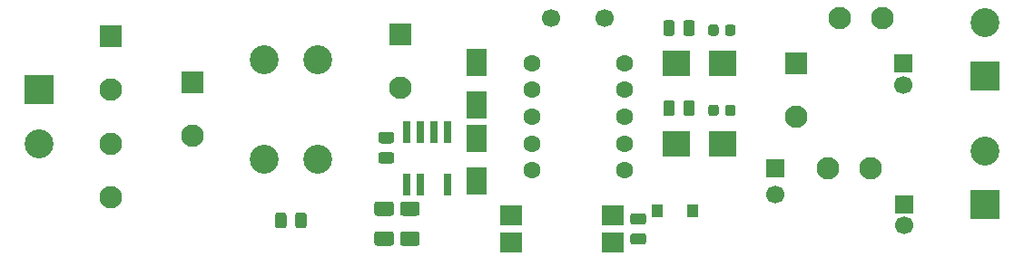
<source format=gbr>
%TF.GenerationSoftware,KiCad,Pcbnew,(5.1.6)-1*%
%TF.CreationDate,2021-01-14T17:27:39+01:00*%
%TF.ProjectId,pi_dual_output_pro_1,70695f64-7561-46c5-9f6f-75747075745f,rev?*%
%TF.SameCoordinates,Original*%
%TF.FileFunction,Soldermask,Top*%
%TF.FilePolarity,Negative*%
%FSLAX46Y46*%
G04 Gerber Fmt 4.6, Leading zero omitted, Abs format (unit mm)*
G04 Created by KiCad (PCBNEW (5.1.6)-1) date 2021-01-14 17:27:39*
%MOMM*%
%LPD*%
G01*
G04 APERTURE LIST*
%ADD10R,2.100000X1.880000*%
%ADD11R,2.100000X2.100000*%
%ADD12C,2.100000*%
%ADD13C,1.600000*%
%ADD14R,2.600000X2.400000*%
%ADD15C,2.700000*%
%ADD16R,2.700000X2.700000*%
%ADD17R,1.000000X1.300000*%
%ADD18R,1.900000X2.600000*%
%ADD19C,1.700000*%
%ADD20R,0.700000X2.100000*%
%ADD21R,1.700000X1.700000*%
G04 APERTURE END LIST*
%TO.C,R6*%
G36*
G01*
X168100000Y-139581250D02*
X168100000Y-138618750D01*
G75*
G02*
X168368750Y-138350000I268750J0D01*
G01*
X168906250Y-138350000D01*
G75*
G02*
X169175000Y-138618750I0J-268750D01*
G01*
X169175000Y-139581250D01*
G75*
G02*
X168906250Y-139850000I-268750J0D01*
G01*
X168368750Y-139850000D01*
G75*
G02*
X168100000Y-139581250I0J268750D01*
G01*
G37*
G36*
G01*
X166225000Y-139581250D02*
X166225000Y-138618750D01*
G75*
G02*
X166493750Y-138350000I268750J0D01*
G01*
X167031250Y-138350000D01*
G75*
G02*
X167300000Y-138618750I0J-268750D01*
G01*
X167300000Y-139581250D01*
G75*
G02*
X167031250Y-139850000I-268750J0D01*
G01*
X166493750Y-139850000D01*
G75*
G02*
X166225000Y-139581250I0J268750D01*
G01*
G37*
%TD*%
D10*
%TO.C,U2*%
X152035000Y-151670000D03*
X161565000Y-149130000D03*
X152035000Y-149130000D03*
X161565000Y-151670000D03*
%TD*%
D11*
%TO.C,DB1*%
X114700000Y-132400000D03*
D12*
X114700000Y-137400000D03*
X114700000Y-142400000D03*
X114700000Y-147400000D03*
%TD*%
D13*
%TO.C,T1*%
X162600000Y-134900000D03*
X162600000Y-137400000D03*
X162600000Y-139900000D03*
X162600000Y-142400000D03*
X162600000Y-144900000D03*
X154000000Y-144900000D03*
X154000000Y-142400000D03*
X154000000Y-139900000D03*
X154000000Y-137400000D03*
X154000000Y-134900000D03*
%TD*%
D14*
%TO.C,D4*%
X167450000Y-134900000D03*
X171750000Y-134900000D03*
%TD*%
D12*
%TO.C,C8*%
X178600000Y-139900000D03*
D11*
X178600000Y-134900000D03*
%TD*%
D15*
%TO.C,J3*%
X196250000Y-131100000D03*
D16*
X196250000Y-136100000D03*
%TD*%
D15*
%TO.C,J2*%
X196250000Y-143100000D03*
D16*
X196250000Y-148100000D03*
%TD*%
D15*
%TO.C,J1*%
X108000000Y-142400000D03*
D16*
X108000000Y-137400000D03*
%TD*%
D17*
%TO.C,D3*%
X168950000Y-148700000D03*
X165650000Y-148700000D03*
%TD*%
D14*
%TO.C,D5*%
X167450000Y-142400000D03*
X171750000Y-142400000D03*
%TD*%
D18*
%TO.C,D2*%
X148800000Y-145900000D03*
X148800000Y-141900000D03*
%TD*%
%TO.C,R4*%
G36*
G01*
X141945000Y-150625000D02*
X143255000Y-150625000D01*
G75*
G02*
X143525000Y-150895000I0J-270000D01*
G01*
X143525000Y-151705000D01*
G75*
G02*
X143255000Y-151975000I-270000J0D01*
G01*
X141945000Y-151975000D01*
G75*
G02*
X141675000Y-151705000I0J270000D01*
G01*
X141675000Y-150895000D01*
G75*
G02*
X141945000Y-150625000I270000J0D01*
G01*
G37*
G36*
G01*
X141945000Y-147825000D02*
X143255000Y-147825000D01*
G75*
G02*
X143525000Y-148095000I0J-270000D01*
G01*
X143525000Y-148905000D01*
G75*
G02*
X143255000Y-149175000I-270000J0D01*
G01*
X141945000Y-149175000D01*
G75*
G02*
X141675000Y-148905000I0J270000D01*
G01*
X141675000Y-148095000D01*
G75*
G02*
X141945000Y-147825000I270000J0D01*
G01*
G37*
%TD*%
%TO.C,R3*%
G36*
G01*
X140855000Y-149175000D02*
X139545000Y-149175000D01*
G75*
G02*
X139275000Y-148905000I0J270000D01*
G01*
X139275000Y-148095000D01*
G75*
G02*
X139545000Y-147825000I270000J0D01*
G01*
X140855000Y-147825000D01*
G75*
G02*
X141125000Y-148095000I0J-270000D01*
G01*
X141125000Y-148905000D01*
G75*
G02*
X140855000Y-149175000I-270000J0D01*
G01*
G37*
G36*
G01*
X140855000Y-151975000D02*
X139545000Y-151975000D01*
G75*
G02*
X139275000Y-151705000I0J270000D01*
G01*
X139275000Y-150895000D01*
G75*
G02*
X139545000Y-150625000I270000J0D01*
G01*
X140855000Y-150625000D01*
G75*
G02*
X141125000Y-150895000I0J-270000D01*
G01*
X141125000Y-151705000D01*
G75*
G02*
X140855000Y-151975000I-270000J0D01*
G01*
G37*
%TD*%
%TO.C,R7*%
G36*
G01*
X168100000Y-132081250D02*
X168100000Y-131118750D01*
G75*
G02*
X168368750Y-130850000I268750J0D01*
G01*
X168906250Y-130850000D01*
G75*
G02*
X169175000Y-131118750I0J-268750D01*
G01*
X169175000Y-132081250D01*
G75*
G02*
X168906250Y-132350000I-268750J0D01*
G01*
X168368750Y-132350000D01*
G75*
G02*
X168100000Y-132081250I0J268750D01*
G01*
G37*
G36*
G01*
X166225000Y-132081250D02*
X166225000Y-131118750D01*
G75*
G02*
X166493750Y-130850000I268750J0D01*
G01*
X167031250Y-130850000D01*
G75*
G02*
X167300000Y-131118750I0J-268750D01*
G01*
X167300000Y-132081250D01*
G75*
G02*
X167031250Y-132350000I-268750J0D01*
G01*
X166493750Y-132350000D01*
G75*
G02*
X166225000Y-132081250I0J268750D01*
G01*
G37*
%TD*%
%TO.C,R5*%
G36*
G01*
X164381250Y-150000000D02*
X163418750Y-150000000D01*
G75*
G02*
X163150000Y-149731250I0J268750D01*
G01*
X163150000Y-149193750D01*
G75*
G02*
X163418750Y-148925000I268750J0D01*
G01*
X164381250Y-148925000D01*
G75*
G02*
X164650000Y-149193750I0J-268750D01*
G01*
X164650000Y-149731250D01*
G75*
G02*
X164381250Y-150000000I-268750J0D01*
G01*
G37*
G36*
G01*
X164381250Y-151875000D02*
X163418750Y-151875000D01*
G75*
G02*
X163150000Y-151606250I0J268750D01*
G01*
X163150000Y-151068750D01*
G75*
G02*
X163418750Y-150800000I268750J0D01*
G01*
X164381250Y-150800000D01*
G75*
G02*
X164650000Y-151068750I0J-268750D01*
G01*
X164650000Y-151606250D01*
G75*
G02*
X164381250Y-151875000I-268750J0D01*
G01*
G37*
%TD*%
%TO.C,R2*%
G36*
G01*
X131100000Y-149118750D02*
X131100000Y-150081250D01*
G75*
G02*
X130831250Y-150350000I-268750J0D01*
G01*
X130293750Y-150350000D01*
G75*
G02*
X130025000Y-150081250I0J268750D01*
G01*
X130025000Y-149118750D01*
G75*
G02*
X130293750Y-148850000I268750J0D01*
G01*
X130831250Y-148850000D01*
G75*
G02*
X131100000Y-149118750I0J-268750D01*
G01*
G37*
G36*
G01*
X132975000Y-149118750D02*
X132975000Y-150081250D01*
G75*
G02*
X132706250Y-150350000I-268750J0D01*
G01*
X132168750Y-150350000D01*
G75*
G02*
X131900000Y-150081250I0J268750D01*
G01*
X131900000Y-149118750D01*
G75*
G02*
X132168750Y-148850000I268750J0D01*
G01*
X132706250Y-148850000D01*
G75*
G02*
X132975000Y-149118750I0J-268750D01*
G01*
G37*
%TD*%
D12*
%TO.C,L4*%
X186700000Y-130700000D03*
X182700000Y-130700000D03*
%TD*%
%TO.C,L3*%
X185600000Y-144700000D03*
X181600000Y-144700000D03*
%TD*%
D19*
%TO.C,C4*%
X155800000Y-130700000D03*
X160800000Y-130700000D03*
%TD*%
D18*
%TO.C,D1*%
X148800000Y-138800000D03*
X148800000Y-134800000D03*
%TD*%
D20*
%TO.C,U1*%
X142295000Y-141350000D03*
X143565000Y-141350000D03*
X144835000Y-141350000D03*
X146105000Y-141350000D03*
X146105000Y-146250000D03*
X143565000Y-146250000D03*
X142295000Y-146250000D03*
%TD*%
D15*
%TO.C,L2*%
X134000000Y-143900000D03*
X129000000Y-143900000D03*
%TD*%
%TO.C,L1*%
X134000000Y-134600000D03*
X129000000Y-134600000D03*
%TD*%
D19*
%TO.C,C10*%
X188600000Y-136900000D03*
D21*
X188600000Y-134900000D03*
%TD*%
D19*
%TO.C,C9*%
X188700000Y-150100000D03*
D21*
X188700000Y-148100000D03*
%TD*%
D19*
%TO.C,C7*%
X176700000Y-147200000D03*
D21*
X176700000Y-144700000D03*
%TD*%
%TO.C,C6*%
G36*
G01*
X171400000Y-131518750D02*
X171400000Y-132081250D01*
G75*
G02*
X171156250Y-132325000I-243750J0D01*
G01*
X170668750Y-132325000D01*
G75*
G02*
X170425000Y-132081250I0J243750D01*
G01*
X170425000Y-131518750D01*
G75*
G02*
X170668750Y-131275000I243750J0D01*
G01*
X171156250Y-131275000D01*
G75*
G02*
X171400000Y-131518750I0J-243750D01*
G01*
G37*
G36*
G01*
X172975000Y-131518750D02*
X172975000Y-132081250D01*
G75*
G02*
X172731250Y-132325000I-243750J0D01*
G01*
X172243750Y-132325000D01*
G75*
G02*
X172000000Y-132081250I0J243750D01*
G01*
X172000000Y-131518750D01*
G75*
G02*
X172243750Y-131275000I243750J0D01*
G01*
X172731250Y-131275000D01*
G75*
G02*
X172975000Y-131518750I0J-243750D01*
G01*
G37*
%TD*%
%TO.C,C5*%
G36*
G01*
X171400000Y-139018750D02*
X171400000Y-139581250D01*
G75*
G02*
X171156250Y-139825000I-243750J0D01*
G01*
X170668750Y-139825000D01*
G75*
G02*
X170425000Y-139581250I0J243750D01*
G01*
X170425000Y-139018750D01*
G75*
G02*
X170668750Y-138775000I243750J0D01*
G01*
X171156250Y-138775000D01*
G75*
G02*
X171400000Y-139018750I0J-243750D01*
G01*
G37*
G36*
G01*
X172975000Y-139018750D02*
X172975000Y-139581250D01*
G75*
G02*
X172731250Y-139825000I-243750J0D01*
G01*
X172243750Y-139825000D01*
G75*
G02*
X172000000Y-139581250I0J243750D01*
G01*
X172000000Y-139018750D01*
G75*
G02*
X172243750Y-138775000I243750J0D01*
G01*
X172731250Y-138775000D01*
G75*
G02*
X172975000Y-139018750I0J-243750D01*
G01*
G37*
%TD*%
%TO.C,C3*%
G36*
G01*
X140881250Y-142400000D02*
X139918750Y-142400000D01*
G75*
G02*
X139650000Y-142131250I0J268750D01*
G01*
X139650000Y-141593750D01*
G75*
G02*
X139918750Y-141325000I268750J0D01*
G01*
X140881250Y-141325000D01*
G75*
G02*
X141150000Y-141593750I0J-268750D01*
G01*
X141150000Y-142131250D01*
G75*
G02*
X140881250Y-142400000I-268750J0D01*
G01*
G37*
G36*
G01*
X140881250Y-144275000D02*
X139918750Y-144275000D01*
G75*
G02*
X139650000Y-144006250I0J268750D01*
G01*
X139650000Y-143468750D01*
G75*
G02*
X139918750Y-143200000I268750J0D01*
G01*
X140881250Y-143200000D01*
G75*
G02*
X141150000Y-143468750I0J-268750D01*
G01*
X141150000Y-144006250D01*
G75*
G02*
X140881250Y-144275000I-268750J0D01*
G01*
G37*
%TD*%
D12*
%TO.C,C2*%
X141700000Y-137200000D03*
D11*
X141700000Y-132200000D03*
%TD*%
D12*
%TO.C,C1*%
X122300000Y-141700000D03*
D11*
X122300000Y-136700000D03*
%TD*%
M02*

</source>
